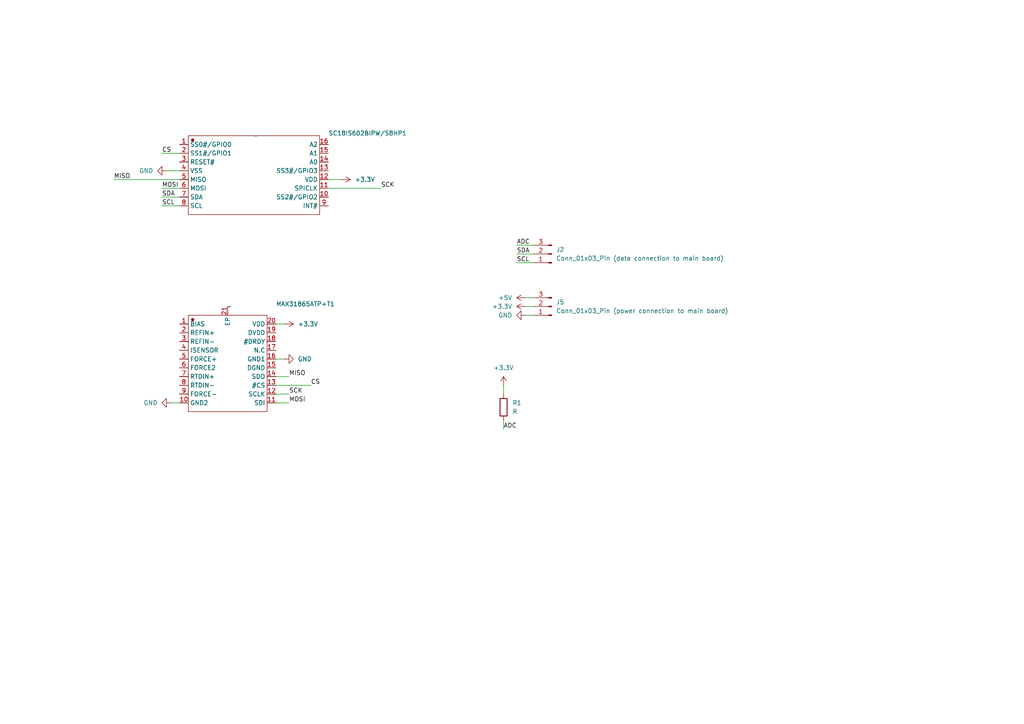
<source format=kicad_sch>
(kicad_sch (version 20250114) (generator "eeschema") (generator_version "9.0")
  (paper "A4")
  (lib_symbols
    (symbol "Connector:Conn_01x03_Pin" (pin_names (offset 1.016) (hide yes))
      (property "Reference" "J" (at 0 5.08 0))
      (property "Value" "Conn_01x03_Pin" (at 0 -5.08 0))
      (symbol "Conn_01x03_Pin_1_1"
        (rectangle (start 0.8636 2.667) (end 0 2.413) (stroke (width 0.1524)) (fill (type outline)))
        (rectangle (start 0.8636 0.127) (end 0 -0.127) (stroke (width 0.1524)) (fill (type outline)))
        (rectangle (start 0.8636 -2.413) (end 0 -2.667) (stroke (width 0.1524)) (fill (type outline)))
        (polyline (pts (xy 1.27 2.54) (xy 0.8636 2.54)) (stroke (width 0.1524)))
        (polyline (pts (xy 1.27 0) (xy 0.8636 0)) (stroke (width 0.1524)))
        (polyline (pts (xy 1.27 -2.54) (xy 0.8636 -2.54)) (stroke (width 0.1524)))
        (pin passive line (at 5.08 2.54 180) (length 3.81) (name "Pin_1") (number "1"))
        (pin passive line (at 5.08 0 180) (length 3.81) (name "Pin_2") (number "2"))
        (pin passive line (at 5.08 -2.54 180) (length 3.81) (name "Pin_3") (number "3"))
      )
    )
    (symbol "Device:R" (pin_numbers (hide yes)) (pin_names (offset 0))
      (property "Reference" "R" (at 2.032 0 90))
      (property "Value" "R" (at 0 0 90))
      (symbol "R_0_1"
        (rectangle (start -1.016 -2.54) (end 1.016 2.54) (stroke (width 0.254)))
      )
      (symbol "R_1_1"
        (pin passive line (at 0 3.81 270) (length 1.27) (name "~") (number "1"))
        (pin passive line (at 0 -3.81 90) (length 1.27) (name "~") (number "2"))
      )
    )
    (symbol "MAX31865ATP+T_2025-12-27-altium-import:root_0_MAX31865ATP+T_"
      (symbol "root_0_MAX31865ATP+T__1_0"
        (rectangle (start -11.43 12.7) (end 11.43 -15.24) (stroke (width 0) (color 136 0 0 1)))
        (circle (center -10.16 11.43) (radius 0.381) (stroke (width 0) (color 136 0 0 1)) (fill (type outline)))
        (pin passive line (at -13.97 10.16 0) (length 2.54) (name "BIAS") (number "1"))
        (pin passive line (at -13.97 7.62 0) (length 2.54) (name "REFIN+") (number "2"))
        (pin passive line (at -13.97 5.08 0) (length 2.54) (name "REFIN-") (number "3"))
        (pin passive line (at -13.97 2.54 0) (length 2.54) (name "ISENSOR") (number "4"))
        (pin passive line (at -13.97 0 0) (length 2.54) (name "FORCE+") (number "5"))
        (pin passive line (at -13.97 -2.54 0) (length 2.54) (name "FORCE2") (number "6"))
        (pin passive line (at -13.97 -5.08 0) (length 2.54) (name "RTDIN+") (number "7"))
        (pin passive line (at -13.97 -7.62 0) (length 2.54) (name "RTDIN-") (number "8"))
        (pin passive line (at -13.97 -10.16 0) (length 2.54) (name "FORCE-") (number "9"))
        (pin passive line (at -13.97 -12.7 0) (length 2.54) (name "GND2") (number "10"))
        (pin passive line (at 0 15.24 270) (length 2.54) (name "EP") (number "21"))
        (pin passive line (at 13.97 10.16 180) (length 2.54) (name "VDD") (number "20"))
        (pin passive line (at 13.97 7.62 180) (length 2.54) (name "DVDD") (number "19"))
        (pin passive line (at 13.97 5.08 180) (length 2.54) (name "#DRDY") (number "18"))
        (pin passive line (at 13.97 2.54 180) (length 2.54) (name "N.C") (number "17"))
        (pin passive line (at 13.97 0 180) (length 2.54) (name "GND1") (number "16"))
        (pin passive line (at 13.97 -2.54 180) (length 2.54) (name "DGND") (number "15"))
        (pin passive line (at 13.97 -5.08 180) (length 2.54) (name "SDO") (number "14"))
        (pin passive line (at 13.97 -7.62 180) (length 2.54) (name "#CS") (number "13"))
        (pin passive line (at 13.97 -10.16 180) (length 2.54) (name "SCLK") (number "12"))
        (pin passive line (at 13.97 -12.7 180) (length 2.54) (name "SDI") (number "11"))
      )
    )
    (symbol "SC18IS602BIPW-S8HP_2025-12-27-altium-import:root_0_SC18IS602BIPW/S8HP_"
      (symbol "root_0_SC18IS602BIPW/S8HP__1_0"
        (rectangle (start -19.05 11.43) (end 19.05 -11.43) (stroke (width 0) (color 136 0 0 1)))
        (circle (center -17.78 10.16) (radius 0.381) (stroke (width 0) (color 136 0 0 1)) (fill (type outline)))
        (pin passive line (at -21.59 8.89 0) (length 2.54) (name "SS0#/GPIO0") (number "1"))
        (pin passive line (at -21.59 6.35 0) (length 2.54) (name "SS1#/GPIO1") (number "2"))
        (pin passive line (at -21.59 3.81 0) (length 2.54) (name "RESET#") (number "3"))
        (pin passive line (at -21.59 1.27 0) (length 2.54) (name "VSS") (number "4"))
        (pin passive line (at -21.59 -1.27 0) (length 2.54) (name "MISO") (number "5"))
        (pin passive line (at -21.59 -3.81 0) (length 2.54) (name "MOSI") (number "6"))
        (pin passive line (at -21.59 -6.35 0) (length 2.54) (name "SDA") (number "7"))
        (pin passive line (at -21.59 -8.89 0) (length 2.54) (name "SCL") (number "8"))
        (pin passive line (at 21.59 8.89 180) (length 2.54) (name "A2") (number "16"))
        (pin passive line (at 21.59 6.35 180) (length 2.54) (name "A1") (number "15"))
        (pin passive line (at 21.59 3.81 180) (length 2.54) (name "A0") (number "14"))
        (pin passive line (at 21.59 1.27 180) (length 2.54) (name "SS3#/GPIO3") (number "13"))
        (pin passive line (at 21.59 -1.27 180) (length 2.54) (name "VDD") (number "12"))
        (pin passive line (at 21.59 -3.81 180) (length 2.54) (name "SPICLK") (number "11"))
        (pin passive line (at 21.59 -6.35 180) (length 2.54) (name "SS2#/GPIO2") (number "10"))
        (pin passive line (at 21.59 -8.89 180) (length 2.54) (name "INT#") (number "9"))
      )
    )
    (symbol "power:+3.3V" (power) (pin_numbers (hide yes)) (pin_names (offset 0) (hide yes))
      (property "Value" "+3.3V" (at 0 3.556 0))
      (symbol "+3.3V_0_1"
        (polyline (pts (xy -0.762 1.27) (xy 0 2.54)))
        (polyline (pts (xy 0 2.54) (xy 0.762 1.27)))
        (polyline (pts (xy 0 0) (xy 0 2.54)))
      )
      (symbol "+3.3V_1_1"
        (pin power_in line (at 0 0 90) (length 0) (name "~") (number "1"))
      )
    )
    (symbol "power:+5V" (power) (pin_numbers (hide yes)) (pin_names (offset 0) (hide yes))
      (property "Value" "+5V" (at 0 3.556 0))
      (symbol "+5V_0_1"
        (polyline (pts (xy -0.762 1.27) (xy 0 2.54)))
        (polyline (pts (xy 0 2.54) (xy 0.762 1.27)))
        (polyline (pts (xy 0 0) (xy 0 2.54)))
      )
      (symbol "+5V_1_1"
        (pin power_in line (at 0 0 90) (length 0) (name "~") (number "1"))
      )
    )
    (symbol "power:GND" (power) (pin_numbers (hide yes)) (pin_names (offset 0) (hide yes))
      (property "Value" "GND" (at 0 -3.81 0))
      (symbol "GND_0_1"
        (polyline (pts (xy 0 0) (xy 0 -1.27) (xy 1.27 -1.27) (xy 0 -2.54) (xy -1.27 -1.27) (xy 0 -1.27)))
      )
      (symbol "GND_1_1"
        (pin power_in line (at 0 0 270) (length 0) (name "~") (number "1"))
      )
    )
  )
  (wire (pts (xy 152.4 88.9) (xy 154.94 88.9)))
  (wire (pts (xy 49.53 116.84) (xy 52.07 116.84)))
  (wire (pts (xy 80.01 114.3) (xy 83.82 114.3)))
  (wire (pts (xy 146.05 111.76) (xy 146.05 114.3)))
  (wire (pts (xy 95.25 54.61) (xy 110.49 54.61)))
  (wire (pts (xy 46.99 59.69) (xy 52.07 59.69)))
  (wire (pts (xy 80.01 104.14) (xy 82.55 104.14)))
  (wire (pts (xy 80.01 93.98) (xy 82.55 93.98)))
  (wire (pts (xy 46.99 57.15) (xy 52.07 57.15)))
  (wire (pts (xy 33.02 52.07) (xy 52.07 52.07)))
  (wire (pts (xy 146.05 124.46) (xy 146.05 121.92)))
  (wire (pts (xy 152.4 91.44) (xy 154.94 91.44)))
  (wire (pts (xy 48.26 49.53) (xy 52.07 49.53)))
  (wire (pts (xy 149.86 73.66) (xy 154.94 73.66)))
  (wire (pts (xy 95.25 52.07) (xy 99.06 52.07)))
  (wire (pts (xy 152.4 86.36) (xy 154.94 86.36)))
  (wire (pts (xy 46.99 54.61) (xy 52.07 54.61)))
  (wire (pts (xy 149.86 71.12) (xy 154.94 71.12)))
  (wire (pts (xy 80.01 111.76) (xy 90.17 111.76)))
  (wire (pts (xy 46.99 44.45) (xy 52.07 44.45)))
  (wire (pts (xy 149.86 76.2) (xy 154.94 76.2)))
  (wire (pts (xy 80.01 109.22) (xy 83.82 109.22)))
  (wire (pts (xy 80.01 116.84) (xy 83.82 116.84)))
  (label "MISO" (at 33.02 52.07 0))
  (label "MISO" (at 83.82 109.22 0))
  (label "SDA" (at 46.99 57.15 0))
  (label "ADC" (at 146.05 124.46 0))
  (label "ADC" (at 149.86 71.12 0))
  (label "SCL" (at 46.99 59.69 0))
  (label "CS" (at 90.17 111.76 0))
  (label "CS" (at 46.99 44.45 0))
  (label "MOSI" (at 46.99 54.61 0))
  (label "MOSI" (at 83.82 116.84 0))
  (label "SCK" (at 83.82 114.3 0))
  (label "SCK" (at 110.49 54.61 0))
  (label "SCL" (at 149.86 76.2 0))
  (label "SDA" (at 149.86 73.66 0))
  (symbol (lib_id "power:+3.3V") (at 152.4 88.9 90) (unit 1)
    (property "Reference" "#PWR012" (effects (hide yes)))
    (property "Value" "+3.3V" (at 148.59 88.8999 90) (effects (justify left)))
    (property "Description" "Power symbol creates a global label with name \"+3.3V\"" (effects (hide yes)))
  )
  (symbol (lib_id "power:+5V") (at 152.4 86.36 90) (unit 1)
    (property "Reference" "#PWR013" (effects (hide yes)))
    (property "Value" "+5V" (at 148.59 86.3599 90) (effects (justify left)))
    (property "Description" "Power symbol creates a global label with name \"+5V\"" (effects (hide yes)))
  )
  (symbol (lib_id "Connector:Conn_01x03_Pin") (at 160.02 73.66 180) (unit 1)
    (property "Reference" "J2" (at 161.29 72.3899 0) (effects (justify right)))
    (property "Value" "Conn_01x03_Pin (data connection to main board)" (at 161.29 74.9299 0) (effects (justify right)))
    (property "Footprint" "batteryholder:1x03 2.3 pitch" (effects (hide yes)))
    (property "Description" "Generic connector, single row, 01x03, script generated" (effects (hide yes)))
  )
  (symbol (lib_id "power:GND") (at 82.55 104.14 90) (unit 1)
    (property "Reference" "#PWR04" (effects (hide yes)))
    (property "Value" "GND" (at 86.36 104.1399 90) (effects (justify right)))
    (property "Description" "Power symbol creates a global label with name \"GND\" , ground" (effects (hide yes)))
  )
  (symbol (lib_id "Connector:Conn_01x03_Pin") (at 160.02 88.9 180) (unit 1)
    (property "Reference" "J5" (at 161.29 87.6299 0) (effects (justify right)))
    (property "Value" "Conn_01x03_Pin (power connection to main board)" (at 161.29 90.1699 0) (effects (justify right)))
    (property "Footprint" "batteryholder:1x03 2.3 pitch" (effects (hide yes)))
    (property "Description" "Generic connector, single row, 01x03, script generated" (effects (hide yes)))
  )
  (symbol (lib_id "power:GND") (at 49.53 116.84 270) (unit 1)
    (property "Reference" "#PWR05" (effects (hide yes)))
    (property "Value" "GND" (at 45.72 116.8399 90) (effects (justify right)))
    (property "Description" "Power symbol creates a global label with name \"GND\" , ground" (effects (hide yes)))
  )
  (symbol (lib_id "power:+3.3V") (at 146.05 111.76 0) (unit 1)
    (property "Reference" "#PWR02" (effects (hide yes)))
    (property "Value" "+3.3V" (at 146.05 106.68 0))
    (property "Description" "Power symbol creates a global label with name \"+3.3V\"" (effects (hide yes)))
  )
  (symbol (lib_id "power:+3.3V") (at 99.06 52.07 270) (unit 1)
    (property "Reference" "#PWR03" (effects (hide yes)))
    (property "Value" "+3.3V" (at 102.87 52.0699 90) (effects (justify left)))
    (property "Description" "Power symbol creates a global label with name \"+3.3V\"" (effects (hide yes)))
  )
  (symbol (lib_id "power:GND") (at 48.26 49.53 270) (unit 1)
    (property "Reference" "#PWR01" (effects (hide yes)))
    (property "Value" "GND" (at 44.45 49.5299 90) (effects (justify right)))
    (property "Description" "Power symbol creates a global label with name \"GND\" , ground" (effects (hide yes)))
  )
  (symbol (lib_id "power:GND") (at 152.4 91.44 270) (unit 1)
    (property "Reference" "#PWR011" (effects (hide yes)))
    (property "Value" "GND" (at 148.59 91.4399 90) (effects (justify right)))
    (property "Description" "Power symbol creates a global label with name \"GND\" , ground" (effects (hide yes)))
  )
  (symbol (lib_id "MAX31865ATP+T_2025-12-27-altium-import:root_0_MAX31865ATP+T_") (at 66.04 104.14 0) (unit 1)
    (property "Reference" "MAX31865ATP+T1" (at 80.01 88.9 0) (effects (justify left bottom)))
    (property "Value" "~" (at 66.04 88.9 0) (effects (justify left)))
    (property "Footprint" "batteryholder:MAX31865ATP+T" (effects (hide yes)))
  )
  (symbol (lib_id "SC18IS602BIPW-S8HP_2025-12-27-altium-import:root_0_SC18IS602BIPW/S8HP_") (at 73.66 50.8 0) (unit 1)
    (property "Reference" "SC18IS602BIPW/S8HP1" (at 95.25 39.37 0) (effects (justify left bottom)))
    (property "Value" "~" (at 73.66 39.37 0) (effects (justify left)))
    (property "Footprint" "batteryholder:SC18IS602BIPWS8HP" (effects (hide yes)))
  )
  (symbol (lib_id "power:+3.3V") (at 82.55 93.98 270) (unit 1)
    (property "Reference" "#PWR06" (effects (hide yes)))
    (property "Value" "+3.3V" (at 86.36 93.9799 90) (effects (justify left)))
    (property "Description" "Power symbol creates a global label with name \"+3.3V\"" (effects (hide yes)))
  )
  (symbol (lib_id "Device:R") (at 146.05 118.11 0) (unit 1)
    (property "Reference" "R1" (at 148.59 116.8399 0) (effects (justify left)))
    (property "Value" "R" (at 148.59 119.3799 0) (effects (justify left)))
    (property "Footprint" "Resistor_SMD:R_0805_2012Metric" (effects (hide yes)))
    (property "Description" "Resistor" (effects (hide yes)))
  )
)
</source>
